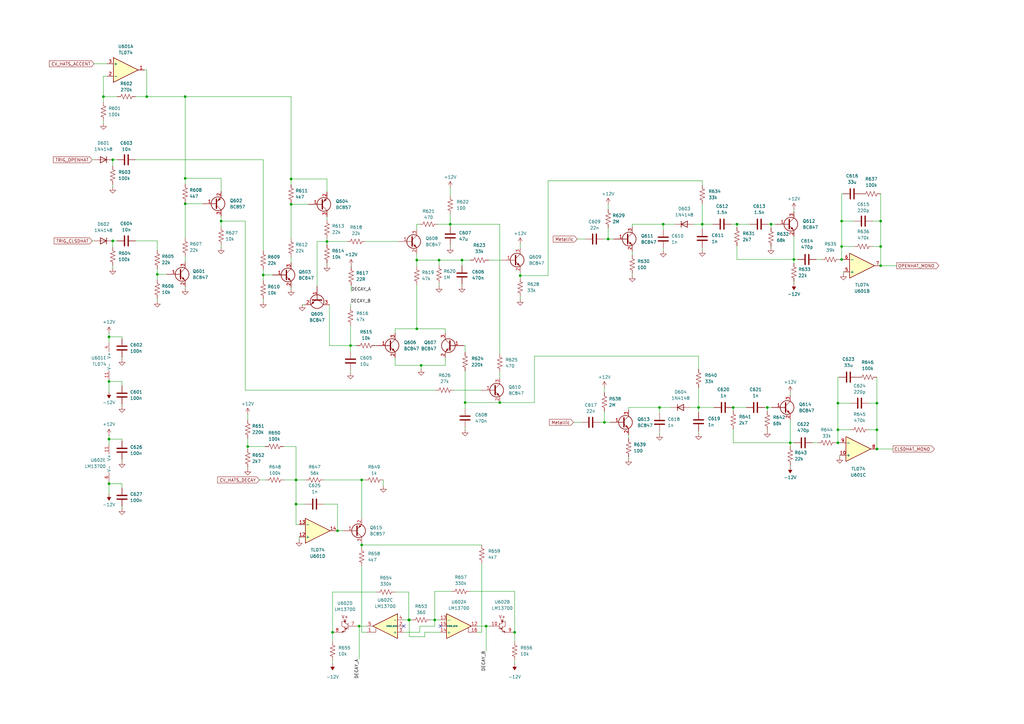
<source format=kicad_sch>
(kicad_sch (version 20231120) (generator "eeschema") (generator_version "8.0")
  (paper "A3")
  (junction (at 147.32 256.794))
  (junction (at 184.658 91.948))
  (junction (at 75.946 73.152))
  (junction (at 170.942 134.874))
  (junction (at 101.6 183.134))
  (junction (at 44.704 198.374))
  (junction (at 361.188 90.678))
  (junction (at 204.978 165.1))
  (junction (at 359.664 165.354))
  (junction (at 249.428 98.044))
  (junction (at 119.38 83.82))
  (junction (at 199.39 256.794))
  (junction (at 119.38 73.406))
  (junction (at 288.036 91.948))
  (junction (at 247.904 173.228))
  (junction (at 90.678 90.678))
  (junction (at 172.72 149.86))
  (junction (at 361.188 101.092))
  (junction (at 316.23 91.948))
  (junction (at 42.418 39.624))
  (junction (at 286.512 167.132))
  (junction (at 345.186 106.426))
  (junction (at 190.754 165.1))
  (junction (at 361.188 108.966))
  (junction (at 148.336 223.52))
  (junction (at 314.706 167.132))
  (junction (at 170.942 106.68))
  (junction (at 325.628 106.426))
  (junction (at 167.894 254.254))
  (junction (at 343.662 165.354))
  (junction (at 44.704 180.086))
  (junction (at 189.484 106.68))
  (junction (at 359.664 176.276))
  (junction (at 343.662 181.61))
  (junction (at 213.36 113.03))
  (junction (at 107.95 112.776))
  (junction (at 148.336 196.85))
  (junction (at 302.26 91.948))
  (junction (at 75.946 39.624))
  (junction (at 121.412 206.756))
  (junction (at 134.112 99.06))
  (junction (at 167.64 254.254))
  (junction (at 359.664 184.15))
  (junction (at 345.186 101.092))
  (junction (at 324.104 181.61))
  (junction (at 178.308 254.254))
  (junction (at 64.516 112.522))
  (junction (at 138.43 217.678))
  (junction (at 343.662 176.276))
  (junction (at 180.086 106.68))
  (junction (at 60.198 39.624))
  (junction (at 136.398 259.334))
  (junction (at 121.412 196.85))
  (junction (at 44.704 138.176))
  (junction (at 75.946 83.566))
  (junction (at 44.704 156.464))
  (junction (at 46.228 65.532))
  (junction (at 300.736 167.132))
  (junction (at 46.228 98.806))
  (junction (at 345.186 90.678))
  (junction (at 272.034 91.948))
  (junction (at 211.074 259.334))
  (junction (at 270.51 167.132))
  (junction (at 143.764 141.732))
  (no_connect (at 165.608 256.794))
  (no_connect (at 180.594 256.794))
  (wire (pts (xy 325.628 106.426) (xy 325.628 107.95)))
  (wire (pts (xy 101.6 183.134) (xy 101.6 184.15)))
  (wire (pts (xy 50.038 180.848) (xy 50.038 180.086)))
  (wire (pts (xy 288.036 91.948) (xy 288.036 93.98)))
  (wire (pts (xy 170.942 116.84) (xy 170.942 134.874)))
  (wire (pts (xy 288.036 75.946) (xy 288.036 74.168)))
  (wire (pts (xy 184.658 87.884) (xy 184.658 91.948)))
  (wire (pts (xy 50.038 200.152) (xy 50.038 198.374)))
  (wire (pts (xy 119.38 83.82) (xy 119.38 83.312)))
  (wire (pts (xy 50.038 158.242) (xy 50.038 156.464)))
  (wire (pts (xy 134.112 107.95) (xy 134.112 108.712)))
  (wire (pts (xy 135.128 141.732) (xy 143.764 141.732)))
  (wire (pts (xy 325.628 115.57) (xy 325.628 116.332)))
  (wire (pts (xy 50.038 198.374) (xy 44.704 198.374)))
  (wire (pts (xy 344.424 186.69) (xy 344.424 187.452)))
  (wire (pts (xy 184.658 76.962) (xy 184.658 80.264)))
  (wire (pts (xy 204.978 145.034) (xy 204.978 91.948)))
  (wire (pts (xy 270.51 167.132) (xy 257.81 167.132)))
  (wire (pts (xy 249.428 83.82) (xy 249.428 85.852)))
  (wire (pts (xy 90.678 90.678) (xy 90.678 92.964)))
  (wire (pts (xy 300.736 181.61) (xy 324.104 181.61)))
  (wire (pts (xy 143.764 124.46) (xy 143.764 125.984)))
  (wire (pts (xy 185.166 242.57) (xy 178.308 242.57)))
  (wire (pts (xy 276.86 91.948) (xy 272.034 91.948)))
  (wire (pts (xy 172.212 256.794) (xy 178.308 256.794)))
  (wire (pts (xy 200.406 106.68) (xy 205.74 106.68)))
  (wire (pts (xy 44.704 198.374) (xy 44.704 202.692)))
  (wire (pts (xy 224.79 74.168) (xy 224.79 113.03)))
  (wire (pts (xy 75.946 83.566) (xy 75.946 83.058)))
  (wire (pts (xy 344.424 106.426) (xy 345.186 106.426)))
  (wire (pts (xy 146.558 256.794) (xy 147.32 256.794)))
  (wire (pts (xy 64.516 112.522) (xy 64.516 114.808)))
  (wire (pts (xy 345.694 79.502) (xy 345.186 79.502)))
  (wire (pts (xy 176.53 254.254) (xy 178.308 254.254)))
  (wire (pts (xy 135.128 141.732) (xy 135.128 124.968)))
  (wire (pts (xy 348.742 176.276) (xy 343.662 176.276)))
  (wire (pts (xy 46.228 98.806) (xy 46.228 101.346)))
  (wire (pts (xy 316.23 91.948) (xy 318.008 91.948)))
  (wire (pts (xy 148.336 223.52) (xy 197.612 223.52)))
  (wire (pts (xy 136.398 259.334) (xy 136.398 263.144)))
  (wire (pts (xy 247.904 173.228) (xy 250.19 173.228)))
  (wire (pts (xy 136.398 242.824) (xy 136.398 259.334)))
  (wire (pts (xy 55.626 65.532) (xy 107.95 65.532)))
  (wire (pts (xy 121.412 206.756) (xy 125.222 206.756)))
  (wire (pts (xy 343.662 154.686) (xy 343.662 165.354)))
  (wire (pts (xy 345.186 90.678) (xy 345.186 101.092)))
  (wire (pts (xy 148.336 223.52) (xy 148.336 224.536)))
  (wire (pts (xy 179.578 91.948) (xy 184.658 91.948)))
  (wire (pts (xy 325.628 97.028) (xy 325.628 106.426)))
  (wire (pts (xy 148.336 232.156) (xy 148.336 259.334)))
  (wire (pts (xy 90.678 78.486) (xy 90.678 73.152)))
  (wire (pts (xy 143.764 141.732) (xy 146.304 141.732)))
  (wire (pts (xy 190.754 141.732) (xy 190.754 144.526)))
  (wire (pts (xy 101.6 191.77) (xy 101.6 192.278)))
  (wire (pts (xy 126.492 83.82) (xy 119.38 83.82)))
  (wire (pts (xy 343.662 176.276) (xy 343.662 181.61)))
  (wire (pts (xy 59.182 28.702) (xy 60.198 28.702)))
  (wire (pts (xy 122.682 215.138) (xy 121.412 215.138)))
  (wire (pts (xy 300.736 167.132) (xy 300.736 168.402)))
  (wire (pts (xy 137.922 217.678) (xy 138.43 217.678)))
  (wire (pts (xy 162.052 134.874) (xy 170.942 134.874)))
  (wire (pts (xy 75.946 117.602) (xy 75.946 118.364)))
  (wire (pts (xy 272.034 101.854) (xy 272.034 102.87)))
  (wire (pts (xy 37.846 65.532) (xy 38.608 65.532)))
  (wire (pts (xy 236.728 98.044) (xy 240.03 98.044)))
  (wire (pts (xy 46.228 65.532) (xy 46.228 68.072)))
  (wire (pts (xy 50.038 188.468) (xy 50.038 189.23)))
  (wire (pts (xy 361.188 79.502) (xy 361.188 90.678)))
  (wire (pts (xy 204.978 91.948) (xy 184.658 91.948)))
  (wire (pts (xy 143.764 141.732) (xy 143.764 144.272)))
  (wire (pts (xy 272.034 91.948) (xy 259.334 91.948)))
  (wire (pts (xy 46.228 75.692) (xy 46.228 76.708)))
  (wire (pts (xy 359.664 184.15) (xy 366.268 184.15)))
  (wire (pts (xy 42.418 39.624) (xy 48.006 39.624)))
  (wire (pts (xy 119.38 105.41) (xy 119.38 107.696)))
  (wire (pts (xy 100.584 90.678) (xy 90.678 90.678)))
  (wire (pts (xy 324.104 181.61) (xy 324.104 183.134)))
  (wire (pts (xy 172.212 259.334) (xy 172.212 256.794)))
  (wire (pts (xy 42.418 49.53) (xy 42.418 50.546)))
  (wire (pts (xy 101.6 179.832) (xy 101.6 183.134)))
  (wire (pts (xy 119.38 117.856) (xy 119.38 118.618)))
  (wire (pts (xy 314.706 167.132) (xy 314.706 168.656)))
  (wire (pts (xy 247.904 168.656) (xy 247.904 173.228)))
  (wire (pts (xy 64.516 112.522) (xy 68.326 112.522)))
  (wire (pts (xy 44.704 138.176) (xy 44.704 140.462)))
  (wire (pts (xy 144.018 108.966) (xy 144.018 109.474)))
  (wire (pts (xy 138.43 206.756) (xy 138.43 217.678)))
  (wire (pts (xy 213.36 100.076) (xy 213.36 101.6)))
  (wire (pts (xy 356.362 176.276) (xy 359.664 176.276)))
  (wire (pts (xy 189.484 106.68) (xy 192.786 106.68)))
  (wire (pts (xy 50.038 146.558) (xy 50.038 147.32)))
  (wire (pts (xy 172.72 149.86) (xy 172.72 151.384)))
  (wire (pts (xy 90.678 88.646) (xy 90.678 90.678)))
  (wire (pts (xy 288.036 83.566) (xy 288.036 91.948)))
  (wire (pts (xy 345.186 79.502) (xy 345.186 90.678)))
  (wire (pts (xy 357.886 90.678) (xy 361.188 90.678)))
  (wire (pts (xy 44.704 180.086) (xy 44.704 182.372)))
  (wire (pts (xy 182.626 134.874) (xy 182.626 136.652)))
  (wire (pts (xy 350.266 90.678) (xy 345.186 90.678)))
  (wire (pts (xy 315.214 91.948) (xy 316.23 91.948)))
  (wire (pts (xy 148.336 222.758) (xy 148.336 223.52)))
  (wire (pts (xy 286.512 176.784) (xy 286.512 177.8)))
  (wire (pts (xy 197.612 259.334) (xy 197.612 231.14)))
  (wire (pts (xy 247.65 98.044) (xy 249.428 98.044)))
  (wire (pts (xy 288.036 91.948) (xy 292.354 91.948)))
  (wire (pts (xy 107.95 112.776) (xy 111.76 112.776)))
  (wire (pts (xy 213.36 121.666) (xy 213.36 122.682)))
  (wire (pts (xy 178.308 254.254) (xy 180.594 254.254)))
  (wire (pts (xy 180.086 108.712) (xy 180.086 106.68)))
  (wire (pts (xy 162.052 242.824) (xy 167.64 242.824)))
  (wire (pts (xy 190.754 165.1) (xy 190.754 167.64)))
  (wire (pts (xy 75.946 73.152) (xy 75.946 75.438)))
  (wire (pts (xy 147.32 256.794) (xy 147.32 270.256)))
  (wire (pts (xy 361.188 101.092) (xy 361.188 108.966)))
  (wire (pts (xy 359.664 165.354) (xy 359.664 176.276)))
  (wire (pts (xy 361.188 90.678) (xy 361.188 101.092)))
  (wire (pts (xy 165.608 254.254) (xy 167.64 254.254)))
  (wire (pts (xy 219.202 146.05) (xy 219.202 165.1)))
  (wire (pts (xy 107.95 110.49) (xy 107.95 112.776)))
  (wire (pts (xy 100.584 160.02) (xy 100.584 90.678)))
  (wire (pts (xy 101.6 169.926) (xy 101.6 172.212)))
  (wire (pts (xy 211.074 270.764) (xy 211.074 272.288)))
  (wire (pts (xy 134.112 97.79) (xy 134.112 99.06)))
  (wire (pts (xy 324.104 172.212) (xy 324.104 181.61)))
  (wire (pts (xy 130.048 117.348) (xy 130.048 99.06)))
  (wire (pts (xy 190.246 141.732) (xy 190.754 141.732)))
  (wire (pts (xy 184.658 100.584) (xy 184.658 101.346)))
  (wire (pts (xy 162.052 136.652) (xy 162.052 134.874)))
  (wire (pts (xy 180.086 106.68) (xy 170.942 106.68)))
  (wire (pts (xy 171.958 91.948) (xy 170.942 91.948)))
  (wire (pts (xy 44.704 156.464) (xy 44.704 160.782)))
  (wire (pts (xy 148.336 196.85) (xy 149.606 196.85)))
  (wire (pts (xy 38.608 26.162) (xy 43.942 26.162)))
  (wire (pts (xy 190.754 165.1) (xy 204.978 165.1)))
  (wire (pts (xy 44.704 136.652) (xy 44.704 138.176)))
  (wire (pts (xy 44.704 178.562) (xy 44.704 180.086)))
  (wire (pts (xy 170.942 91.948) (xy 170.942 93.98)))
  (wire (pts (xy 316.23 91.948) (xy 316.23 93.472)))
  (wire (pts (xy 314.706 167.132) (xy 316.484 167.132)))
  (wire (pts (xy 219.202 165.1) (xy 204.978 165.1)))
  (wire (pts (xy 64.516 98.806) (xy 64.516 102.616)))
  (wire (pts (xy 162.052 149.86) (xy 172.72 149.86)))
  (wire (pts (xy 350.266 101.092) (xy 345.186 101.092)))
  (wire (pts (xy 83.058 83.566) (xy 75.946 83.566)))
  (wire (pts (xy 75.946 105.156) (xy 75.946 107.442)))
  (wire (pts (xy 106.426 196.85) (xy 108.966 196.85)))
  (wire (pts (xy 44.704 197.612) (xy 44.704 198.374)))
  (wire (pts (xy 121.412 196.85) (xy 125.222 196.85)))
  (wire (pts (xy 134.112 73.406) (xy 119.38 73.406)))
  (wire (pts (xy 130.048 99.06) (xy 134.112 99.06)))
  (wire (pts (xy 170.942 104.14) (xy 170.942 106.68)))
  (wire (pts (xy 270.51 167.132) (xy 270.51 169.418)))
  (wire (pts (xy 288.036 74.168) (xy 224.79 74.168)))
  (wire (pts (xy 314.706 176.276) (xy 314.706 176.784)))
  (wire (pts (xy 50.038 138.176) (xy 44.704 138.176)))
  (wire (pts (xy 213.36 111.76) (xy 213.36 113.03)))
  (wire (pts (xy 186.182 160.02) (xy 197.358 160.02)))
  (wire (pts (xy 64.516 122.428) (xy 64.516 123.444)))
  (wire (pts (xy 167.64 242.824) (xy 167.64 254.254)))
  (wire (pts (xy 300.482 167.132) (xy 300.736 167.132)))
  (wire (pts (xy 178.308 242.57) (xy 178.308 254.254)))
  (wire (pts (xy 123.952 124.968) (xy 124.968 124.968)))
  (wire (pts (xy 302.26 91.948) (xy 307.594 91.948)))
  (wire (pts (xy 119.38 73.406) (xy 119.38 75.692)))
  (wire (pts (xy 107.95 112.776) (xy 107.95 115.062)))
  (wire (pts (xy 50.038 165.862) (xy 50.038 166.624)))
  (wire (pts (xy 259.334 103.124) (xy 259.334 104.648)))
  (wire (pts (xy 121.412 206.756) (xy 121.412 196.85)))
  (wire (pts (xy 325.628 106.426) (xy 327.152 106.426)))
  (wire (pts (xy 302.26 91.948) (xy 302.26 93.218)))
  (wire (pts (xy 189.484 116.586) (xy 189.484 117.348)))
  (wire (pts (xy 299.974 91.948) (xy 302.26 91.948)))
  (wire (pts (xy 257.81 167.132) (xy 257.81 168.148)))
  (wire (pts (xy 75.946 39.624) (xy 75.946 73.152)))
  (wire (pts (xy 180.086 106.68) (xy 189.484 106.68)))
  (wire (pts (xy 180.086 116.332) (xy 180.086 117.348)))
  (wire (pts (xy 42.418 39.624) (xy 42.418 41.91)))
  (wire (pts (xy 204.978 152.654) (xy 204.978 154.94)))
  (wire (pts (xy 348.742 165.354) (xy 343.662 165.354)))
  (wire (pts (xy 211.074 242.57) (xy 211.074 259.334)))
  (wire (pts (xy 119.38 39.624) (xy 75.946 39.624)))
  (wire (pts (xy 334.772 106.426) (xy 336.804 106.426)))
  (wire (pts (xy 143.764 151.892) (xy 143.764 152.908)))
  (wire (pts (xy 213.36 113.03) (xy 213.36 114.046)))
  (wire (pts (xy 351.79 154.686) (xy 352.044 154.686)))
  (wire (pts (xy 143.764 133.604) (xy 143.764 141.732)))
  (wire (pts (xy 178.562 160.02) (xy 100.584 160.02)))
  (wire (pts (xy 170.942 134.874) (xy 182.626 134.874)))
  (wire (pts (xy 257.81 187.452) (xy 257.81 188.214)))
  (wire (pts (xy 361.188 108.966) (xy 367.792 108.966)))
  (wire (pts (xy 144.018 117.094) (xy 144.018 119.634)))
  (wire (pts (xy 134.112 78.74) (xy 134.112 73.406)))
  (wire (pts (xy 313.69 167.132) (xy 314.706 167.132)))
  (wire (pts (xy 107.95 65.532) (xy 107.95 102.87)))
  (wire (pts (xy 172.72 149.86) (xy 182.626 149.86)))
  (wire (pts (xy 50.038 180.086) (xy 44.704 180.086)))
  (wire (pts (xy 44.704 155.702) (xy 44.704 156.464)))
  (wire (pts (xy 333.248 181.61) (xy 335.28 181.61)))
  (wire (pts (xy 116.332 183.134) (xy 121.412 183.134)))
  (wire (pts (xy 302.26 106.426) (xy 325.628 106.426)))
  (wire (pts (xy 182.626 149.86) (xy 182.626 146.812)))
  (wire (pts (xy 64.516 110.236) (xy 64.516 112.522)))
  (wire (pts (xy 342.9 181.61) (xy 343.662 181.61)))
  (wire (pts (xy 353.314 79.502) (xy 353.568 79.502)))
  (wire (pts (xy 148.336 259.334) (xy 150.368 259.334)))
  (wire (pts (xy 286.512 146.05) (xy 219.202 146.05)))
  (wire (pts (xy 246.126 173.228) (xy 247.904 173.228)))
  (wire (pts (xy 165.608 259.334) (xy 172.212 259.334)))
  (wire (pts (xy 180.594 259.334) (xy 174.244 259.334)))
  (wire (pts (xy 345.186 106.426) (xy 345.948 106.426)))
  (wire (pts (xy 43.942 31.242) (xy 42.418 31.242)))
  (wire (pts (xy 275.336 167.132) (xy 270.51 167.132)))
  (wire (pts (xy 249.428 98.044) (xy 251.714 98.044)))
  (wire (pts (xy 190.754 152.146) (xy 190.754 165.1)))
  (wire (pts (xy 75.946 83.566) (xy 75.946 97.536)))
  (wire (pts (xy 259.334 91.948) (xy 259.334 92.964)))
  (wire (pts (xy 134.112 99.06) (xy 142.24 99.06)))
  (wire (pts (xy 324.104 181.61) (xy 325.628 181.61)))
  (wire (pts (xy 134.112 88.9) (xy 134.112 90.17)))
  (wire (pts (xy 184.658 91.948) (xy 184.658 92.964)))
  (wire (pts (xy 300.736 176.022) (xy 300.736 181.61)))
  (wire (pts (xy 121.412 215.138) (xy 121.412 206.756)))
  (wire (pts (xy 170.942 106.68) (xy 170.942 109.22)))
  (wire (pts (xy 284.48 91.948) (xy 288.036 91.948)))
  (wire (pts (xy 132.842 196.85) (xy 148.336 196.85)))
  (wire (pts (xy 178.308 256.794) (xy 178.308 254.254)))
  (wire (pts (xy 50.038 138.938) (xy 50.038 138.176)))
  (wire (pts (xy 235.204 173.228) (xy 238.506 173.228)))
  (wire (pts (xy 167.894 261.112) (xy 167.894 254.254)))
  (wire (pts (xy 259.334 112.268) (xy 259.334 113.03)))
  (wire (pts (xy 60.198 39.624) (xy 55.626 39.624)))
  (wire (pts (xy 272.034 91.948) (xy 272.034 94.234)))
  (wire (pts (xy 300.736 167.132) (xy 306.07 167.132)))
  (wire (pts (xy 55.626 98.806) (xy 64.516 98.806)))
  (wire (pts (xy 136.398 270.764) (xy 136.398 272.288)))
  (wire (pts (xy 162.052 146.812) (xy 162.052 149.86)))
  (wire (pts (xy 46.228 98.806) (xy 48.006 98.806)))
  (wire (pts (xy 211.074 259.334) (xy 211.074 263.144)))
  (wire (pts (xy 345.948 111.506) (xy 345.948 112.268)))
  (wire (pts (xy 343.662 181.61) (xy 344.424 181.61)))
  (wire (pts (xy 153.924 141.732) (xy 154.432 141.732)))
  (wire (pts (xy 199.39 256.794) (xy 200.914 256.794)))
  (wire (pts (xy 119.38 83.82) (xy 119.38 97.79)))
  (wire (pts (xy 147.32 256.794) (xy 150.368 256.794)))
  (wire (pts (xy 286.512 159.004) (xy 286.512 167.132)))
  (wire (pts (xy 90.678 100.584) (xy 90.678 101.6)))
  (wire (pts (xy 60.198 39.624) (xy 75.946 39.624)))
  (wire (pts (xy 174.244 259.334) (xy 174.244 261.112)))
  (wire (pts (xy 357.886 101.092) (xy 361.188 101.092)))
  (wire (pts (xy 247.904 159.004) (xy 247.904 161.036)))
  (wire (pts (xy 42.418 31.242) (xy 42.418 39.624)))
  (wire (pts (xy 46.228 65.532) (xy 48.006 65.532)))
  (wire (pts (xy 270.51 177.038) (xy 270.51 178.054)))
  (wire (pts (xy 324.104 161.036) (xy 324.104 162.052)))
  (wire (pts (xy 345.186 101.092) (xy 345.186 106.426)))
  (wire (pts (xy 119.38 73.406) (xy 119.38 39.624)))
  (wire (pts (xy 154.432 242.824) (xy 136.398 242.824)))
  (wire (pts (xy 121.412 183.134) (xy 121.412 196.85)))
  (wire (pts (xy 37.846 98.806) (xy 38.608 98.806)))
  (wire (pts (xy 149.86 99.06) (xy 163.322 99.06)))
  (wire (pts (xy 138.43 217.678) (xy 140.716 217.678)))
  (wire (pts (xy 195.834 256.794) (xy 199.39 256.794)))
  (wire (pts (xy 148.336 196.85) (xy 148.336 212.598)))
  (wire (pts (xy 344.17 154.686) (xy 343.662 154.686)))
  (wire (pts (xy 174.244 261.112) (xy 167.894 261.112)))
  (wire (pts (xy 316.23 101.092) (xy 316.23 101.6)))
  (wire (pts (xy 167.894 254.254) (xy 168.91 254.254)))
  (wire (pts (xy 195.834 259.334) (xy 197.612 259.334)))
  (wire (pts (xy 157.226 196.85) (xy 157.226 199.39)))
  (wire (pts (xy 46.228 108.966) (xy 46.228 109.982)))
  (wire (pts (xy 324.104 190.754) (xy 324.104 191.516)))
  (wire (pts (xy 286.512 151.384) (xy 286.512 146.05)))
  (wire (pts (xy 50.038 156.464) (xy 44.704 156.464)))
  (wire (pts (xy 90.678 73.152) (xy 75.946 73.152)))
  (wire (pts (xy 199.39 256.794) (xy 199.39 266.954)))
  (wire (pts (xy 224.79 113.03) (xy 213.36 113.03)))
  (wire (pts (xy 325.628 85.852) (xy 325.628 86.868)))
  (wire (pts (xy 134.112 99.06) (xy 134.112 100.33)))
  (wire (pts (xy 282.956 167.132) (xy 286.512 167.132)))
  (wire (pts (xy 60.198 28.702) (xy 60.198 39.624)))
  (wire (pts (xy 122.682 220.218) (xy 122.682 221.488)))
  (wire (pts (xy 257.81 178.308) (xy 257.81 179.832)))
  (wire (pts (xy 101.6 183.134) (xy 108.712 183.134)))
  (wire (pts (xy 288.036 101.6) (xy 288.036 102.616)))
  (wire (pts (xy 343.662 165.354) (xy 343.662 176.276)))
  (wire (pts (xy 132.842 206.756) (xy 138.43 206.756)))
  (wire (pts (xy 302.26 100.838) (xy 302.26 106.426)))
  (wire (pts (xy 359.664 176.276) (xy 359.664 184.15)))
  (wire (pts (xy 356.362 165.354) (xy 359.664 165.354)))
  (wire (pts (xy 107.95 122.682) (xy 107.95 123.698)))
  (wire (pts (xy 189.484 108.966) (xy 189.484 106.68)))
  (wire (pts (xy 50.038 207.772) (xy 50.038 208.534)))
  (wire (pts (xy 359.664 154.686) (xy 359.664 165.354)))
  (wire (pts (xy 190.754 175.26) (xy 190.754 176.276)))
  (wire (pts (xy 286.512 167.132) (xy 286.512 169.164)))
  (wire (pts (xy 249.428 93.472) (xy 249.428 98.044)))
  (wire (pts (xy 192.786 242.57) (xy 211.074 242.57)))
  (wire (pts (xy 167.64 254.254) (xy 167.894 254.254)))
  (wire (pts (xy 286.512 167.132) (xy 292.862 167.132)))
  (wire (pts (xy 116.586 196.85) (xy 121.412 196.85)))
  (label "DECAY_B" (at 199.39 266.954 270))
  (label "DECAY_B" (at 143.764 124.46 0))
  (label "DECAY_A" (at 147.32 270.256 270))
  (label "DECAY_A" (at 144.018 119.634 0))
  (global_label "TRIG_CLSDHAT" (shape input) (at 37.846 98.806 180) (property "Intersheetrefs" "${INTERSHEET_REFS}" (effects (hide yes))))
  (global_label "Metallic" (shape input) (at 236.728 98.044 180) (property "Intersheetrefs" "${INTERSHEET_REFS}" (effects (hide yes))))
  (global_label "Metallic" (shape input) (at 235.204 173.228 180) (property "Intersheetrefs" "${INTERSHEET_REFS}" (effects (hide yes))))
  (global_label "TRIG_OPENHAT" (shape input) (at 37.846 65.532 180) (property "Intersheetrefs" "${INTERSHEET_REFS}" (effects (hide yes))))
  (global_label "CLSDHAT_MONO" (shape output) (at 366.268 184.15 0) (property "Intersheetrefs" "${INTERSHEET_REFS}" (effects (hide yes))))
  (global_label "CV_HATS_ACCENT" (shape input) (at 38.608 26.162 180) (property "Intersheetrefs" "${INTERSHEET_REFS}" (effects (hide yes))))
  (global_label "OPENHAT_MONO" (shape output) (at 367.792 108.966 0) (property "Intersheetrefs" "${INTERSHEET_REFS}" (effects (hide yes))))
  (global_label "CV_HATS_DECAY" (shape input) (at 106.426 196.85 180) (property "Intersheetrefs" "${INTERSHEET_REFS}" (effects (hide yes))))
  (symbol (lib_id "Device:R_US") (at 101.6 187.96 180) (unit 1)
    (property "Reference" "R652" (at 103.378 186.6899 0) (effects (justify right)))
    (property "Value" "2k7" (at 103.378 189.2299 0) (effects (justify right)))
    (property "Description" "Resistor, US symbol" (effects (hide yes)))
  )
  (symbol (lib_id "Transistor_BJT:BC847") (at 323.088 91.948 0) (unit 1)
    (property "Reference" "Q612" (at 329.184 90.6779 0) (effects (justify left)))
    (property "Value" "BC847" (at 329.184 93.2179 0) (effects (justify left)))
    (property "Footprint" "Package_TO_SOT_SMD:SOT-23" (effects (hide yes)))
    (property "Datasheet" "http://www.infineon.com/dgdl/Infineon-BC847SERIES_BC848SERIES_BC849SERIES_BC850SERIES-DS-v01_01-en.pdf?fileId=db3a304314dca389011541d4630a1657" (effects (hide yes)))
    (property "Description" "0.1A Ic, 45V Vce, NPN Transistor, SOT-23" (effects (hide yes)))
  )
  (symbol (lib_id "Device:R_US") (at 302.26 97.028 0) (unit 1)
    (property "Reference" "R631" (at 304.546 95.7579 0) (effects (justify left)))
    (property "Value" "2k7" (at 304.546 98.2979 0) (effects (justify left)))
    (property "Description" "Resistor, US symbol" (effects (hide yes)))
  )
  (symbol (lib_id "Device:R_US") (at 144.018 113.284 0) (unit 1)
    (property "Reference" "R617" (at 146.05 112.0139 0) (effects (justify left)))
    (property "Value" "22R" (at 146.05 114.5539 0) (effects (justify left)))
    (property "Description" "Resistor, US symbol" (effects (hide yes)))
  )
  (symbol (lib_id "Amplifier_Operational:TL074") (at 352.044 184.15 0) (mirror x) (unit 3)
    (property "Reference" "U601" (at 352.044 194.818 0))
    (property "Value" "TL074" (at 352.044 192.278 0))
    (property "Datasheet" "http://www.ti.com/lit/ds/symlink/tl071.pdf" (effects (hide yes)))
    (property "Description" "Quad Low-Noise JFET-Input Operational Amplifiers, DIP-14/SOIC-14" (effects (hide yes)))
  )
  (symbol (lib_id "Transistor_BJT:BC847") (at 130.048 122.428 270) (unit 1)
    (property "Reference" "Q605" (at 130.048 128.778 90))
    (property "Value" "BC847" (at 130.048 131.318 90))
    (property "Footprint" "Package_TO_SOT_SMD:SOT-23" (effects (hide yes)))
    (property "Datasheet" "http://www.infineon.com/dgdl/Infineon-BC847SERIES_BC848SERIES_BC849SERIES_BC850SERIES-DS-v01_01-en.pdf?fileId=db3a304314dca389011541d4630a1657" (effects (hide yes)))
    (property "Description" "0.1A Ic, 45V Vce, NPN Transistor, SOT-23" (effects (hide yes)))
  )
  (symbol (lib_id "Device:R_US") (at 112.776 196.85 90) (unit 1)
    (property "Reference" "R648" (at 112.776 191.516 90))
    (property "Value" "100k" (at 112.776 194.056 90))
    (property "Description" "Resistor, US symbol" (effects (hide yes)))
  )
  (symbol (lib_id "Amplifier_Operational:TL074") (at 353.568 108.966 0) (mirror x) (unit 2)
    (property "Reference" "U601" (at 353.568 119.38 0))
    (property "Value" "TL074" (at 353.568 116.84 0))
    (property "Datasheet" "http://www.ti.com/lit/ds/symlink/tl071.pdf" (effects (hide yes)))
    (property "Description" "Quad Low-Noise JFET-Input Operational Amplifiers, DIP-14/SOIC-14" (effects (hide yes)))
  )
  (symbol (lib_id "power:GND") (at 143.764 152.908 0) (unit 1)
    (property "Reference" "#PWR0616" (effects (hide yes)))
    (property "Value" "GND" (effects (hide yes)))
    (property "Description" "Power symbol creates a global label with name \"GND\" , ground" (effects (hide yes)))
  )
  (symbol (lib_id "power:GND") (at 107.95 123.698 0) (unit 1)
    (property "Reference" "#PWR0610" (effects (hide yes)))
    (property "Value" "GND" (effects (hide yes)))
    (property "Description" "Power symbol creates a global label with name \"GND\" , ground" (effects (hide yes)))
  )
  (symbol (lib_id "Device:R_US") (at 170.942 113.03 0) (unit 1)
    (property "Reference" "R619" (at 172.974 111.7599 0) (effects (justify left)))
    (property "Value" "47k" (at 172.974 114.2999 0) (effects (justify left)))
    (property "Description" "Resistor, US symbol" (effects (hide yes)))
  )
  (symbol (lib_id "Device:R_US") (at 46.228 105.156 0) (unit 1)
    (property "Reference" "R604" (at 48.514 103.8859 0) (effects (justify left)))
    (property "Value" "100k" (at 48.514 106.4259 0) (effects (justify left)))
    (property "Description" "Resistor, US symbol" (effects (hide yes)))
  )
  (symbol (lib_id "power:+12V") (at 213.36 100.076 0) (unit 1)
    (property "Reference" "#PWR0621" (effects (hide yes)))
    (property "Value" "+12V" (at 213.36 95.758 0))
    (property "Description" "Power symbol creates a global label with name \"+12V\"" (effects (hide yes)))
  )
  (symbol (lib_id "Device:R_US") (at 158.242 242.824 90) (unit 1)
    (property "Reference" "R654" (at 158.242 236.982 90))
    (property "Value" "330k" (at 158.242 239.522 90))
    (property "Description" "Resistor, US symbol" (effects (hide yes)))
  )
  (symbol (lib_id "power:+12V") (at 249.428 83.82 0) (unit 1)
    (property "Reference" "#PWR0625" (effects (hide yes)))
    (property "Value" "+12V" (at 249.428 79.502 0))
    (property "Description" "Power symbol creates a global label with name \"+12V\"" (effects (hide yes)))
  )
  (symbol (lib_id "Device:R_US") (at 357.378 79.502 90) (unit 1)
    (property "Reference" "R637" (at 357.378 73.406 90))
    (property "Value" "100k" (at 357.378 75.946 90))
    (property "Description" "Resistor, US symbol" (effects (hide yes)))
  )
  (symbol (lib_id "Diode:1N4148") (at 42.418 98.806 180) (unit 1)
    (property "Reference" "D602" (at 42.418 91.948 0))
    (property "Value" "1N4148" (at 42.418 94.488 0))
    (property "Footprint" "Diode_THT:D_DO-35_SOD27_P7.62mm_Horizontal" (effects (hide yes)))
    (property "Datasheet" "https://assets.nexperia.com/documents/data-sheet/1N4148_1N4448.pdf" (effects (hide yes)))
    (property "Description" "100V 0.15A standard switching diode, DO-35" (effects (hide yes)))
    (property "Sim.Device" "D" (effects (hide yes)))
    (property "Sim.Pins" "1=K 2=A" (effects (hide yes)))
  )
  (symbol (lib_id "Device:C") (at 50.038 142.748 0) (unit 1)
    (property "Reference" "C602" (at 53.34 141.4779 0) (effects (justify left)))
    (property "Value" "100n" (at 53.34 144.0179 0) (effects (justify left)))
    (property "Description" "Unpolarized capacitor" (effects (hide yes)))
  )
  (symbol (lib_id "Device:C") (at 286.512 172.974 0) (unit 1)
    (property "Reference" "C619" (at 290.322 171.7039 0) (effects (justify left)))
    (property "Value" "1n" (at 290.322 174.2439 0) (effects (justify left)))
    (property "Description" "Unpolarized capacitor" (effects (hide yes)))
  )
  (symbol (lib_id "power:GND") (at 123.952 124.968 0) (unit 1)
    (property "Reference" "#PWR0613" (effects (hide yes)))
    (property "Value" "GND" (effects (hide yes)))
    (property "Description" "Power symbol creates a global label with name \"GND\" , ground" (effects (hide yes)))
  )
  (symbol (lib_id "power:GND") (at 180.086 117.348 0) (unit 1)
    (property "Reference" "#PWR0617" (effects (hide yes)))
    (property "Value" "GND" (effects (hide yes)))
    (property "Description" "Power symbol creates a global label with name \"GND\" , ground" (effects (hide yes)))
  )
  (symbol (lib_id "Device:C") (at 311.404 91.948 90) (unit 1)
    (property "Reference" "C613" (at 311.404 84.582 90))
    (property "Value" "1.5n" (at 311.404 87.122 90))
    (property "Description" "Unpolarized capacitor" (effects (hide yes)))
  )
  (symbol (lib_id "power:+12V") (at 44.704 178.562 0) (unit 1)
    (property "Reference" "#PWR0645" (effects (hide yes)))
    (property "Value" "+12V" (at 44.704 173.99 0))
    (property "Description" "Power symbol creates a global label with name \"+12V\"" (effects (hide yes)))
  )
  (symbol (lib_id "Diode:1N4148") (at 42.418 65.532 180) (unit 1)
    (property "Reference" "D601" (at 42.418 58.674 0))
    (property "Value" "1N4148" (at 42.418 61.214 0))
    (property "Footprint" "Diode_THT:D_DO-35_SOD27_P7.62mm_Horizontal" (effects (hide yes)))
    (property "Datasheet" "https://assets.nexperia.com/documents/data-sheet/1N4148_1N4448.pdf" (effects (hide yes)))
    (property "Description" "100V 0.15A standard switching diode, DO-35" (effects (hide yes)))
    (property "Sim.Device" "D" (effects (hide yes)))
    (property "Sim.Pins" "1=K 2=A" (effects (hide yes)))
  )
  (symbol (lib_id "Device:R_US") (at 259.334 108.458 0) (unit 1)
    (property "Reference" "R630" (at 261.366 107.1879 0) (effects (justify left)))
    (property "Value" "100" (at 261.366 109.7279 0) (effects (justify left)))
    (property "Description" "Resistor, US symbol" (effects (hide yes)))
  )
  (symbol (lib_id "power:+12V") (at 184.658 76.962 0) (unit 1)
    (property "Reference" "#PWR0619" (effects (hide yes)))
    (property "Value" "+12V" (at 184.658 72.644 0))
    (property "Description" "Power symbol creates a global label with name \"+12V\"" (effects (hide yes)))
  )
  (symbol (lib_id "Transistor_BJT:BC847") (at 73.406 112.522 0) (unit 1)
    (property "Reference" "Q601" (at 78.994 111.2519 0) (effects (justify left)))
    (property "Value" "BC847" (at 78.994 113.7919 0) (effects (justify left)))
    (property "Footprint" "Package_TO_SOT_SMD:SOT-23" (effects (hide yes)))
    (property "Datasheet" "http://www.infineon.com/dgdl/Infineon-BC847SERIES_BC848SERIES_BC849SERIES_BC850SERIES-DS-v01_01-en.pdf?fileId=db3a304314dca389011541d4630a1657" (effects (hide yes)))
    (property "Description" "0.1A Ic, 45V Vce, NPN Transistor, SOT-23" (effects (hide yes)))
  )
  (symbol (lib_id "power:-12V") (at 324.104 191.516 180) (unit 1)
    (property "Reference" "#PWR0639" (effects (hide yes)))
    (property "Value" "-12V" (at 324.104 195.834 0))
    (property "Description" "Power symbol creates a global label with name \"-12V\"" (effects (hide yes)))
  )
  (symbol (lib_id "Device:R_US") (at 51.816 39.624 90) (unit 1)
    (property "Reference" "R602" (at 51.816 34.29 90))
    (property "Value" "270k" (at 51.816 36.83 90))
    (property "Description" "Resistor, US symbol" (effects (hide yes)))
  )
  (symbol (lib_id "Device:C") (at 51.816 98.806 90) (unit 1)
    (property "Reference" "C604" (at 51.816 91.694 90))
    (property "Value" "10n" (at 51.816 94.234 90))
    (property "Description" "Unpolarized capacitor" (effects (hide yes)))
  )
  (symbol (lib_id "power:-12V") (at 325.628 116.332 180) (unit 1)
    (property "Reference" "#PWR0630" (effects (hide yes)))
    (property "Value" "-12V" (at 325.628 120.65 0))
    (property "Description" "Power symbol creates a global label with name \"-12V\"" (effects (hide yes)))
  )
  (symbol (lib_id "power:GND") (at 344.424 187.452 0) (unit 1)
    (property "Reference" "#PWR0640" (effects (hide yes)))
    (property "Value" "GND" (effects (hide yes)))
    (property "Description" "Power symbol creates a global label with name \"GND\" , ground" (effects (hide yes)))
  )
  (symbol (lib_id "power:GND") (at 257.81 188.214 0) (unit 1)
    (property "Reference" "#PWR0634" (effects (hide yes)))
    (property "Value" "GND" (effects (hide yes)))
    (property "Description" "Power symbol creates a global label with name \"GND\" , ground" (effects (hide yes)))
  )
  (symbol (lib_id "Device:R_US") (at 197.612 227.33 180) (unit 1)
    (property "Reference" "R659" (at 200.152 226.0599 0) (effects (justify right)))
    (property "Value" "4k7" (at 200.152 228.5999 0) (effects (justify right)))
    (property "Description" "Resistor, US symbol" (effects (hide yes)))
  )
  (symbol (lib_id "Device:R_US") (at 180.086 112.522 0) (unit 1)
    (property "Reference" "R620" (at 181.864 111.2519 0) (effects (justify left)))
    (property "Value" "1M" (at 181.864 113.7919 0) (effects (justify left)))
    (property "Description" "Resistor, US symbol" (effects (hide yes)))
  )
  (symbol (lib_id "Device:R_US") (at 150.114 141.732 90) (unit 1)
    (property "Reference" "R615" (at 150.114 136.144 90))
    (property "Value" "10k" (at 150.114 138.684 90))
    (property "Description" "Resistor, US symbol" (effects (hide yes)))
  )
  (symbol (lib_id "Amplifier_Operational:LM13700") (at 188.214 256.794 0) (unit 1)
    (property "Reference" "U602" (at 188.214 246.888 0))
    (property "Value" "LM13700" (at 188.214 249.428 0))
    (property "Datasheet" "http://www.ti.com/lit/ds/symlink/lm13700.pdf" (effects (hide yes)))
    (property "Description" "Dual Operational Transconductance Amplifiers with Linearizing Diodes and Buffers, DIP-16/SOIC-16" (effects (hide yes)))
  )
  (symbol (lib_id "power:GND") (at 75.946 118.364 0) (unit 1)
    (property "Reference" "#PWR0609" (effects (hide yes)))
    (property "Value" "GND" (effects (hide yes)))
    (property "Description" "Power symbol creates a global label with name \"GND\" , ground" (effects (hide yes)))
  )
  (symbol (lib_id "Device:R_US") (at 90.678 96.774 0) (unit 1)
    (property "Reference" "R627" (at 92.456 95.5039 0) (effects (justify left)))
    (property "Value" "10k" (at 92.456 98.0439 0) (effects (justify left)))
    (property "Description" "Resistor, US symbol" (effects (hide yes)))
  )
  (symbol (lib_id "Device:R_US") (at 143.764 129.794 180) (unit 1)
    (property "Reference" "R616" (at 146.05 128.5239 0) (effects (justify right)))
    (property "Value" "47k" (at 146.05 131.0639 0) (effects (justify right)))
    (property "Description" "Resistor, US symbol" (effects (hide yes)))
  )
  (symbol (lib_id "power:GND") (at 270.51 178.054 0) (unit 1)
    (property "Reference" "#PWR0635" (effects (hide yes)))
    (property "Value" "GND" (effects (hide yes)))
    (property "Description" "Power symbol creates a global label with name \"GND\" , ground" (effects (hide yes)))
  )
  (symbol (lib_id "Device:R_US") (at 352.552 176.276 90) (unit 1)
    (property "Reference" "R645" (at 352.552 169.926 90))
    (property "Value" "470k" (at 352.552 172.466 90))
    (property "Description" "Resistor, US symbol" (effects (hide yes)))
  )
  (symbol (lib_id "Device:R_US") (at 286.512 155.194 0) (unit 1)
    (property "Reference" "R640" (at 289.052 153.9239 0) (effects (justify left)))
    (property "Value" "33k" (at 289.052 156.4639 0) (effects (justify left)))
    (property "Description" "Resistor, US symbol" (effects (hide yes)))
  )
  (symbol (lib_id "Device:C") (at 309.88 167.132 90) (unit 1)
    (property "Reference" "C621" (at 309.88 159.766 90))
    (property "Value" "1n" (at 309.88 162.306 90))
    (property "Description" "Unpolarized capacitor" (effects (hide yes)))
  )
  (symbol (lib_id "Device:R_US") (at 211.074 266.954 180) (unit 1)
    (property "Reference" "R656" (at 213.36 265.6839 0) (effects (justify right)))
    (property "Value" "10k" (at 213.36 268.2239 0) (effects (justify right)))
    (property "Description" "Resistor, US symbol" (effects (hide yes)))
  )
  (symbol (lib_id "Device:R_US") (at 188.976 242.57 90) (unit 1)
    (property "Reference" "R657" (at 188.976 236.728 90))
    (property "Value" "330k" (at 188.976 239.268 90))
    (property "Description" "Resistor, US symbol" (effects (hide yes)))
  )
  (symbol (lib_id "power:GND") (at 190.754 176.276 0) (unit 1)
    (property "Reference" "#PWR0622" (effects (hide yes)))
    (property "Value" "GND" (effects (hide yes)))
    (property "Description" "Power symbol creates a global label with name \"GND\" , ground" (effects (hide yes)))
  )
  (symbol (lib_id "Device:R_US") (at 204.978 148.844 0) (unit 1)
    (property "Reference" "R625" (at 207.264 147.5739 0) (effects (justify left)))
    (property "Value" "470" (at 207.264 150.1139 0) (effects (justify left)))
    (property "Description" "Resistor, US symbol" (effects (hide yes)))
  )
  (symbol (lib_id "Device:R_US") (at 119.38 79.502 0) (unit 1)
    (property "Reference" "R611" (at 121.158 78.2319 0) (effects (justify left)))
    (property "Value" "4k7" (at 121.158 80.7719 0) (effects (justify left)))
    (property "Description" "Resistor, US symbol" (effects (hide yes)))
  )
  (symbol (lib_id "Device:R_US") (at 148.336 228.346 180) (unit 1)
    (property "Reference" "R658" (at 150.876 227.0759 0) (effects (justify right)))
    (property "Value" "4k7" (at 150.876 229.6159 0) (effects (justify right)))
    (property "Description" "Resistor, US symbol" (effects (hide yes)))
  )
  (symbol (lib_id "Device:R_US") (at 75.946 79.248 0) (unit 1)
    (property "Reference" "R608" (at 77.724 77.9779 0) (effects (justify left)))
    (property "Value" "4k7" (at 77.724 80.5179 0) (effects (justify left)))
    (property "Description" "Resistor, US symbol" (effects (hide yes)))
  )
  (symbol (lib_id "Device:C") (at 296.164 91.948 90) (unit 1)
    (property "Reference" "C612" (at 296.164 84.582 90))
    (property "Value" "1.5n" (at 296.164 87.122 90))
    (property "Description" "Unpolarized capacitor" (effects (hide yes)))
  )
  (symbol (lib_id "power:GND") (at 50.038 189.23 0) (unit 1)
    (property "Reference" "#PWR0647" (effects (hide yes)))
    (property "Value" "GND" (effects (hide yes)))
    (property "Description" "Power symbol creates a global label with name \"GND\" , ground" (effects (hide yes)))
  )
  (symbol (lib_id "power:GND") (at 101.6 192.278 0) (unit 1)
    (property "Reference" "#PWR0642" (effects (hide yes)))
    (property "Value" "GND" (effects (hide yes)))
    (property "Description" "Power symbol creates a global label with name \"GND\" , ground" (effects (hide yes)))
  )
  (symbol (lib_id "Transistor_BJT:BC847") (at 256.794 98.044 0) (unit 1)
    (property "Reference" "Q611" (at 262.89 96.7739 0) (effects (justify left)))
    (property "Value" "BC847" (at 262.89 99.3139 0) (effects (justify left)))
    (property "Footprint" "Package_TO_SOT_SMD:SOT-23" (effects (hide yes)))
    (property "Datasheet" "http://www.infineon.com/dgdl/Infineon-BC847SERIES_BC848SERIES_BC849SERIES_BC850SERIES-DS-v01_01-en.pdf?fileId=db3a304314dca389011541d4630a1657" (effects (hide yes)))
    (property "Description" "0.1A Ic, 45V Vce, NPN Transistor, SOT-23" (effects (hide yes)))
  )
  (symbol (lib_id "Amplifier_Operational:TL074") (at 51.562 28.702 0) (unit 1)
    (property "Reference" "U601" (at 51.562 19.05 0))
    (property "Value" "TL074" (at 51.562 21.59 0))
    (property "Datasheet" "http://www.ti.com/lit/ds/symlink/tl071.pdf" (effects (hide yes)))
    (property "Description" "Quad Low-Noise JFET-Input Operational Amplifiers, DIP-14/SOIC-14" (effects (hide yes)))
  )
  (symbol (lib_id "power:+12V") (at 325.628 85.852 0) (unit 1)
    (property "Reference" "#PWR0631" (effects (hide yes)))
    (property "Value" "+12V" (at 325.628 81.534 0))
    (property "Description" "Power symbol creates a global label with name \"+12V\"" (effects (hide yes)))
  )
  (symbol (lib_id "Transistor_BJT:BC847") (at 321.564 167.132 0) (unit 1)
    (property "Reference" "Q614" (at 327.66 165.8619 0) (effects (justify left)))
    (property "Value" "BC847" (at 327.66 168.4019 0) (effects (justify left)))
    (property "Footprint" "Package_TO_SOT_SMD:SOT-23" (effects (hide yes)))
    (property "Datasheet" "http://www.infineon.com/dgdl/Infineon-BC847SERIES_BC848SERIES_BC849SERIES_BC850SERIES-DS-v01_01-en.pdf?fileId=db3a304314dca389011541d4630a1657" (effects (hide yes)))
    (property "Description" "0.1A Ic, 45V Vce, NPN Transistor, SOT-23" (effects (hide yes)))
  )
  (symbol (lib_id "Device:R_US") (at 146.05 99.06 90) (unit 1)
    (property "Reference" "R618" (at 146.05 93.218 90))
    (property "Value" "22k" (at 146.05 95.758 90))
    (property "Description" "Resistor, US symbol" (effects (hide yes)))
  )
  (symbol (lib_id "Device:R_US") (at 46.228 71.882 0) (unit 1)
    (property "Reference" "R603" (at 48.514 70.6119 0) (effects (justify left)))
    (property "Value" "100k" (at 48.514 73.1519 0) (effects (justify left)))
    (property "Description" "Resistor, US symbol" (effects (hide yes)))
  )
  (symbol (lib_id "Transistor_BJT:BC847") (at 168.402 99.06 0) (unit 1)
    (property "Reference" "Q608" (at 174.498 97.7899 0) (effects (justify left)))
    (property "Value" "BC847" (at 174.498 100.3299 0) (effects (justify left)))
    (property "Footprint" "Package_TO_SOT_SMD:SOT-23" (effects (hide yes)))
    (property "Datasheet" "http://www.infineon.com/dgdl/Infineon-BC847SERIES_BC848SERIES_BC849SERIES_BC850SERIES-DS-v01_01-en.pdf?fileId=db3a304314dca389011541d4630a1657" (effects (hide yes)))
    (property "Description" "0.1A Ic, 45V Vce, NPN Transistor, SOT-23" (effects (hide yes)))
  )
  (symbol (lib_id "Amplifier_Operational:LM13700") (at 47.244 189.992 0) (unit 5)
    (property "Reference" "U602" (at 43.434 188.7219 0) (effects (justify right)))
    (property "Value" "LM13700" (at 43.434 191.2619 0) (effects (justify right)))
    (property "Datasheet" "http://www.ti.com/lit/ds/symlink/lm13700.pdf" (effects (hide yes)))
    (property "Description" "Dual Operational Transconductance Amplifiers with Linearizing Diodes and Buffers, DIP-16/SOIC-16" (effects (hide yes)))
  )
  (symbol (lib_id "power:GND") (at 90.678 101.6 0) (unit 1)
    (property "Reference" "#PWR0623" (effects (hide yes)))
    (property "Value" "GND" (effects (hide yes)))
    (property "Description" "Power symbol creates a global label with name \"GND\" , ground" (effects (hide yes)))
  )
  (symbol (lib_id "Device:R_US") (at 134.112 93.98 0) (unit 1)
    (property "Reference" "R613" (at 136.144 92.7099 0) (effects (justify left)))
    (property "Value" "22k" (at 136.144 95.2499 0) (effects (justify left)))
    (property "Description" "Resistor, US symbol" (effects (hide yes)))
  )
  (symbol (lib_id "Device:R_US") (at 190.754 148.336 0) (unit 1)
    (property "Reference" "R624" (at 193.294 147.0659 0) (effects (justify left)))
    (property "Value" "220k" (at 193.294 149.6059 0) (effects (justify left)))
    (property "Description" "Resistor, US symbol" (effects (hide yes)))
  )
  (symbol (lib_id "Device:R_US") (at 112.522 183.134 90) (unit 1)
    (property "Reference" "R650" (at 112.522 177.546 90))
    (property "Value" "100k" (at 112.522 180.086 90))
    (property "Description" "Resistor, US symbol" (effects (hide yes)))
  )
  (symbol (lib_id "Device:C") (at 143.764 148.082 0) (unit 1)
    (property "Reference" "C605" (at 147.574 146.8119 0) (effects (justify left)))
    (property "Value" "10u" (at 147.574 149.3519 0) (effects (justify left)))
    (property "Description" "Unpolarized capacitor" (effects (hide yes)))
  )
  (symbol (lib_id "Device:C") (at 347.98 154.686 90) (unit 1)
    (property "Reference" "C623" (at 347.98 147.32 90))
    (property "Value" "33u" (at 347.98 149.86 90))
    (property "Description" "Unpolarized capacitor" (effects (hide yes)))
  )
  (symbol (lib_id "power:+12V") (at 247.904 159.004 0) (unit 1)
    (property "Reference" "#PWR0633" (effects (hide yes)))
    (property "Value" "+12V" (at 247.904 154.686 0))
    (property "Description" "Power symbol creates a global label with name \"+12V\"" (effects (hide yes)))
  )
  (symbol (lib_id "Device:C") (at 190.754 171.45 0) (unit 1)
    (property "Reference" "C608" (at 194.818 170.1799 0) (effects (justify left)))
    (property "Value" "470n" (at 194.818 172.7199 0) (effects (justify left)))
    (property "Description" "Unpolarized capacitor" (effects (hide yes)))
  )
  (symbol (lib_id "Device:R_US") (at 153.416 196.85 90) (unit 1)
    (property "Reference" "R649" (at 153.416 191.516 90))
    (property "Value" "1k" (at 153.416 194.056 90))
    (property "Description" "Resistor, US symbol" (effects (hide yes)))
  )
  (symbol (lib_id "Transistor_BJT:BC847") (at 255.27 173.228 0) (unit 1)
    (property "Reference" "Q613" (at 261.366 171.9579 0) (effects (justify left)))
    (property "Value" "BC847" (at 261.366 174.4979 0) (effects (justify left)))
    (property "Footprint" "Package_TO_SOT_SMD:SOT-23" (effects (hide yes)))
    (property "Datasheet" "http://www.infineon.com/dgdl/Infineon-BC847SERIES_BC848SERIES_BC849SERIES_BC850SERIES-DS-v01_01-en.pdf?fileId=db3a304314dca389011541d4630a1657" (effects (hide yes)))
    (property "Description" "0.1A Ic, 45V Vce, NPN Transistor, SOT-23" (effects (hide yes)))
  )
  (symbol (lib_id "power:GND") (at 345.948 112.268 0) (unit 1)
    (property "Reference" "#PWR0632" (effects (hide yes)))
    (property "Value" "GND" (effects (hide yes)))
    (property "Description" "Power symbol creates a global label with name \"GND\" , ground" (effects (hide yes)))
  )
  (symbol (lib_id "power:GND") (at 157.226 199.39 0) (unit 1)
    (property "Reference" "#PWR0641" (effects (hide yes)))
    (property "Value" "GND" (effects (hide yes)))
    (property "Description" "Power symbol creates a global label with name \"GND\" , ground" (effects (hide yes)))
  )
  (symbol (lib_id "power:-12V") (at 211.074 272.288 180) (unit 1)
    (property "Reference" "#PWR0650" (effects (hide yes)))
    (property "Value" "-12V" (at 211.074 277.622 0))
    (property "Description" "Power symbol creates a global label with name \"-12V\"" (effects (hide yes)))
  )
  (symbol (lib_id "Transistor_BJT:BC847") (at 185.166 141.732 0) (mirror y) (unit 1)
    (property "Reference" "Q607" (at 179.07 140.4619 0) (effects (justify left)))
    (property "Value" "BC847" (at 179.07 143.0019 0) (effects (justify left)))
    (property "Footprint" "Package_TO_SOT_SMD:SOT-23" (effects (hide yes)))
    (property "Datasheet" "http://www.infineon.com/dgdl/Infineon-BC847SERIES_BC848SERIES_BC849SERIES_BC850SERIES-DS-v01_01-en.pdf?fileId=db3a304314dca389011541d4630a1657" (effects (hide yes)))
    (property "Description" "0.1A Ic, 45V Vce, NPN Transistor, SOT-23" (effects (hide yes)))
  )
  (symbol (lib_id "Device:R_US") (at 314.706 172.466 0) (unit 1)
    (property "Reference" "R642" (at 316.992 171.1959 0) (effects (justify left)))
    (property "Value" "68k" (at 316.992 173.7359 0) (effects (justify left)))
    (property "Description" "Resistor, US symbol" (effects (hide yes)))
  )
  (symbol (lib_id "Transistor_BJT:BC847") (at 116.84 112.776 0) (unit 1)
    (property "Reference" "Q603" (at 122.428 111.5059 0) (effects (justify left)))
    (property "Value" "BC847" (at 122.428 114.0459 0) (effects (justify left)))
    (property "Footprint" "Package_TO_SOT_SMD:SOT-23" (effects (hide yes)))
    (property "Datasheet" "http://www.infineon.com/dgdl/Infineon-BC847SERIES_BC848SERIES_BC849SERIES_BC850SERIES-DS-v01_01-en.pdf?fileId=db3a304314dca389011541d4630a1657" (effects (hide yes)))
    (property "Description" "0.1A Ic, 45V Vce, NPN Transistor, SOT-23" (effects (hide yes)))
  )
  (symbol (lib_id "Device:C") (at 184.658 96.774 0) (unit 1)
    (property "Reference" "C607" (at 188.214 95.5039 0) (effects (justify left)))
    (property "Value" "47u" (at 188.214 98.0439 0) (effects (justify left)))
    (property "Description" "Unpolarized capacitor" (effects (hide yes)))
  )
  (symbol (lib_id "power:GND") (at 42.418 50.546 0) (unit 1)
    (property "Reference" "#PWR0605" (effects (hide yes)))
    (property "Value" "GND" (effects (hide yes)))
    (property "Description" "Power symbol creates a global label with name \"GND\" , ground" (effects (hide yes)))
  )
  (symbol (lib_id "Device:R_US") (at 300.736 172.212 0) (unit 1)
    (property "Reference" "R641" (at 303.022 170.9419 0) (effects (justify left)))
    (property "Value" "2k7" (at 303.022 173.4819 0) (effects (justify left)))
    (property "Description" "Resistor, US symbol" (effects (hide yes)))
  )
  (symbol (lib_id "Transistor_BJT:BC857") (at 131.572 83.82 0) (mirror x) (unit 1)
    (property "Reference" "Q604" (at 137.668 82.5499 0) (effects (justify left)))
    (property "Value" "BC857" (at 137.668 85.0899 0) (effects (justify left)))
    (property "Footprint" "Package_TO_SOT_SMD:SOT-23" (effects (hide yes)))
    (property "Datasheet" "https://www.onsemi.com/pub/Collateral/BC860-D.pdf" (effects (hide yes)))
    (property "Description" "0.1A Ic, 45V Vce, PNP Transistor, SOT-23" (effects (hide yes)))
  )
  (symbol (lib_id "Device:C") (at 349.504 79.502 90) (unit 1)
    (property "Reference" "C616" (at 349.504 72.136 90))
    (property "Value" "33u" (at 349.504 74.676 90))
    (property "Description" "Unpolarized capacitor" (effects (hide yes)))
  )
  (symbol (lib_id "power:GND") (at 288.036 102.616 0) (unit 1)
    (property "Reference" "#PWR0628" (effects (hide yes)))
    (property "Value" "GND" (effects (hide yes)))
    (property "Description" "Power symbol creates a global label with name \"GND\" , ground" (effects (hide yes)))
  )
  (symbol (lib_id "Device:C") (at 352.552 165.354 90) (unit 1)
    (property "Reference" "C624" (at 352.552 158.242 90))
    (property "Value" "220p" (at 352.552 160.782 90))
    (property "Description" "Unpolarized capacitor" (effects (hide yes)))
  )
  (symbol (lib_id "Amplifier_Operational:LM13700") (at 208.534 256.794 0) (unit 2)
    (property "Reference" "U602" (at 205.994 246.888 0))
    (property "Value" "LM13700" (at 205.994 249.428 0))
    (property "Datasheet" "http://www.ti.com/lit/ds/symlink/lm13700.pdf" (effects (hide yes)))
    (property "Description" "Dual Operational Transconductance Amplifiers with Linearizing Diodes and Buffers, DIP-16/SOIC-16" (effects (hide yes)))
  )
  (symbol (lib_id "Device:C") (at 50.038 184.658 0) (unit 1)
    (property "Reference" "C626" (at 53.34 183.3879 0) (effects (justify left)))
    (property "Value" "100n" (at 53.34 185.9279 0) (effects (justify left)))
    (property "Description" "Unpolarized capacitor" (effects (hide yes)))
  )
  (symbol (lib_id "Transistor_BJT:BC857") (at 88.138 83.566 0) (mirror x) (unit 1)
    (property "Reference" "Q602" (at 94.234 82.2959 0) (effects (justify left)))
    (property "Value" "BC857" (at 94.234 84.8359 0) (effects (justify left)))
    (property "Footprint" "Package_TO_SOT_SMD:SOT-23" (effects (hide yes)))
    (property "Datasheet" "https://www.onsemi.com/pub/Collateral/BC860-D.pdf" (effects (hide yes)))
    (property "Description" "0.1A Ic, 45V Vce, PNP Transistor, SOT-23" (effects (hide yes)))
  )
  (symbol (lib_id "power:GND") (at 46.228 76.708 0) (unit 1)
    (property "Reference" "#PWR0606" (effects (hide yes)))
    (property "Value" "GND" (effects (hide yes)))
    (property "Description" "Power symbol creates a global label with name \"GND\" , ground" (effects (hide yes)))
  )
  (symbol (lib_id "Diode:1N4148") (at 279.146 167.132 0) (unit 1)
    (property "Reference" "D604" (at 279.146 160.782 0))
    (property "Value" "1N4148" (at 279.146 163.322 0))
    (property "Footprint" "Diode_THT:D_DO-35_SOD27_P7.62mm_Horizontal" (effects (hide yes)))
    (property "Datasheet" "https://assets.nexperia.com/documents/data-sheet/1N4148_1N4448.pdf" (effects (hide yes)))
    (property "Description" "100V 0.15A standard switching diode, DO-35" (effects (hide yes)))
    (property "Sim.Device" "D" (effects (hide yes)))
    (property "Sim.Pins" "1=K 2=A" (effects (hide yes)))
  )
  (symbol (lib_id "Device:C") (at 243.84 98.044 90) (unit 1)
    (property "Reference" "C609" (at 243.84 90.932 90))
    (property "Value" "22n" (at 243.84 93.472 90))
    (property "Description" "Unpolarized capacitor" (effects (hide yes)))
  )
  (symbol (lib_id "power:GND") (at 184.658 101.346 0) (unit 1)
    (property "Reference" "#PWR0620" (effects (hide yes)))
    (property "Value" "GND" (effects (hide yes)))
    (property "Description" "Power symbol creates a global label with name \"GND\" , ground" (effects (hide yes)))
  )
  (symbol (lib_id "Device:R_US") (at 107.95 118.872 0) (unit 1)
    (property "Reference" "R610" (at 109.728 117.6019 0) (effects (justify left)))
    (property "Value" "10k" (at 109.728 120.1419 0) (effects (justify left)))
    (property "Description" "Resistor, US symbol" (effects (hide yes)))
  )
  (symbol (lib_id "power:GND") (at 259.334 113.03 0) (unit 1)
    (property "Reference" "#PWR0626" (effects (hide yes)))
    (property "Value" "GND" (effects (hide yes)))
    (property "Description" "Power symbol creates a global label with name \"GND\" , ground" (effects (hide yes)))
  )
  (symbol (lib_id "Device:R_US") (at 136.398 266.954 180) (unit 1)
    (property "Reference" "R655" (at 138.684 265.6839 0) (effects (justify right)))
    (property "Value" "10k" (at 138.684 268.2239 0) (effects (justify right)))
    (property "Description" "Resistor, US symbol" (effects (hide yes)))
  )
  (symbol (lib_id "Device:C") (at 329.438 181.61 90) (unit 1)
    (property "Reference" "C622" (at 329.438 173.99 90))
    (property "Value" "470p" (at 329.438 176.53 90))
    (property "Description" "Unpolarized capacitor" (effects (hide yes)))
  )
  (symbol (lib_id "Device:R_US") (at 354.076 101.092 90) (unit 1)
    (property "Reference" "R636" (at 354.076 94.996 90))
    (property "Value" "470k" (at 354.076 97.536 90))
    (property "Description" "Resistor, US symbol" (effects (hide yes)))
  )
  (symbol (lib_id "Device:C") (at 296.672 167.132 90) (unit 1)
    (property "Reference" "C620" (at 296.672 159.766 90))
    (property "Value" "1n" (at 296.672 162.306 90))
    (property "Description" "Unpolarized capacitor" (effects (hide yes)))
  )
  (symbol (lib_id "Device:R_US") (at 182.372 160.02 90) (unit 1)
    (property "Reference" "R626" (at 182.372 153.924 90))
    (property "Value" "27k" (at 182.372 156.464 90))
    (property "Description" "Resistor, US symbol" (effects (hide yes)))
  )
  (symbol (lib_id "Device:R_US") (at 339.09 181.61 90) (unit 1)
    (property "Reference" "R644" (at 339.09 176.276 90))
    (property "Value" "33k" (at 339.09 178.816 90))
    (property "Description" "Resistor, US symbol" (effects (hide yes)))
  )
  (symbol (lib_id "Amplifier_Operational:LM13700") (at 157.988 256.794 0) (mirror y) (unit 3)
    (property "Reference" "U602" (at 157.988 246.126 0))
    (property "Value" "LM13700" (at 157.988 248.666 0))
    (property "Datasheet" "http://www.ti.com/lit/ds/symlink/lm13700.pdf" (effects (hide yes)))
    (property "Description" "Dual Operational Transconductance Amplifiers with Linearizing Diodes and Buffers, DIP-16/SOIC-16" (effects (hide yes)))
  )
  (symbol (lib_id "Device:R_US") (at 247.904 164.846 0) (unit 1)
    (property "Reference" "R638" (at 249.682 163.5759 0) (effects (justify left)))
    (property "Value" "2M" (at 249.682 166.1159 0) (effects (justify left)))
    (property "Description" "Resistor, US symbol" (effects (hide yes)))
  )
  (symbol (lib_id "Device:C") (at 288.036 97.79 0) (unit 1)
    (property "Reference" "C611" (at 291.846 96.5199 0) (effects (justify left)))
    (property "Value" "1n" (at 291.846 99.0599 0) (effects (justify left)))
    (property "Description" "Unpolarized capacitor" (effects (hide yes)))
  )
  (symbol (lib_id "Device:R_US") (at 249.428 89.662 0) (unit 1)
    (property "Reference" "R629" (at 251.206 88.3919 0) (effects (justify left)))
    (property "Value" "2M" (at 251.206 90.9319 0) (effects (justify left)))
    (property "Description" "Resistor, US symbol" (effects (hide yes)))
  )
  (symbol (lib_id "Device:R_US") (at 119.38 101.6 0) (unit 1)
    (property "Reference" "R612" (at 121.158 100.3299 0) (effects (justify left)))
    (property "Value" "22k" (at 121.158 102.8699 0) (effects (justify left)))
    (property "Description" "Resistor, US symbol" (effects (hide yes)))
  )
  (symbol (lib_id "Device:C") (at 354.076 90.678 90) (unit 1)
    (property "Reference" "C615" (at 354.076 83.82 90))
    (property "Value" "220p" (at 354.076 86.36 90))
    (property "Description" "Unpolarized capacitor" (effects (hide yes)))
  )
  (symbol (lib_id "power:GND") (at 122.682 221.488 0) (unit 1)
    (property "Reference" "#PWR0644" (effects (hide yes)))
    (property "Value" "GND" (effects (hide yes)))
    (property "Description" "Power symbol creates a global label with name \"GND\" , ground" (effects (hide yes)))
  )
  (symbol (lib_id "Device:R_US") (at 64.516 118.618 0) (unit 1)
    (property "Reference" "R606" (at 66.294 117.3479 0) (effects (justify left)))
    (property "Value" "10k" (at 66.294 119.8879 0) (effects (justify left)))
    (property "Description" "Resistor, US symbol" (effects (hide yes)))
  )
  (symbol (lib_id "Device:C") (at 50.038 203.962 0) (unit 1)
    (property "Reference" "C627" (at 53.34 202.6919 0) (effects (justify left)))
    (property "Value" "100n" (at 53.34 205.2319 0) (effects (justify left)))
    (property "Description" "Unpolarized capacitor" (effects (hide yes)))
  )
  (symbol (lib_id "Device:R_US") (at 172.72 254.254 90) (unit 1)
    (property "Reference" "R653" (at 172.72 248.666 90))
    (property "Value" "360" (at 172.72 251.206 90))
    (property "Description" "Resistor, US symbol" (effects (hide yes)))
  )
  (symbol (lib_id "power:+12V") (at 44.704 136.652 0) (unit 1)
    (property "Reference" "#PWR0601" (effects (hide yes)))
    (property "Value" "+12V" (at 44.704 132.08 0))
    (property "Description" "Power symbol creates a global label with name \"+12V\"" (effects (hide yes)))
  )
  (symbol (lib_id "Amplifier_Operational:TL074") (at 42.164 148.082 0) (mirror y) (unit 5)
    (property "Reference" "U601" (at 43.688 146.8119 0) (effects (justify left)))
    (property "Value" "TL074" (at 43.688 149.3519 0) (effects (justify left)))
    (property "Datasheet" "http://www.ti.com/lit/ds/symlink/tl071.pdf" (effects (hide yes)))
    (property "Description" "Quad Low-Noise JFET-Input Operational Amplifiers, DIP-14/SOIC-14" (effects (hide yes)))
  )
  (symbol (lib_id "Device:C") (at 189.484 112.776 0) (unit 1)
    (property "Reference" "C606" (at 193.548 111.5059 0) (effects (justify left)))
    (property "Value" "470n" (at 193.548 114.0459 0) (effects (justify left)))
    (property "Description" "Unpolarized capacitor" (effects (hide yes)))
  )
  (symbol (lib_id "power:GND") (at 272.034 102.87 0) (unit 1)
    (property "Reference" "#PWR0627" (effects (hide yes)))
    (property "Value" "GND" (effects (hide yes)))
    (property "Description" "Power symbol creates a global label with name \"GND\" , ground" (effects (hide yes)))
  )
  (symbol (lib_id "Device:R_US") (at 213.36 117.856 0) (unit 1)
    (property "Reference" "R628" (at 216.154 116.5859 0) (effects (justify left)))
    (property "Value" "33k" (at 216.154 119.1259 0) (effects (justify left)))
    (property "Description" "Resistor, US symbol" (effects (hide yes)))
  )
  (symbol (lib_id "power:+12V") (at 101.6 169.926 0) (unit 1)
    (property "Reference" "#PWR0643" (effects (hide yes)))
    (property "Value" "+12V" (at 101.6 165.608 0))
    (property "Description" "Power symbol creates a global label with name \"+12V\"" (effects (hide yes)))
  )
  (symbol (lib_id "Device:R_US") (at 288.036 79.756 0) (unit 1)
    (property "Reference" "R634" (at 290.576 78.4859 0) (effects (justify left)))
    (property "Value" "33k" (at 290.576 81.0259 0) (effects (justify left)))
    (property "Description" "Resistor, US symbol" (effects (hide yes)))
  )
  (symbol (lib_id "Device:R_US") (at 257.81 183.642 0) (unit 1)
    (property "Reference" "R639" (at 259.842 182.3719 0) (effects (justify left)))
    (property "Value" "100" (at 259.842 184.9119 0) (effects (justify left)))
    (property "Description" "Resistor, US symbol" (effects (hide yes)))
  )
  (symbol (lib_id "Device:R_US") (at 325.628 111.76 0) (unit 1)
    (property "Reference" "R633" (at 327.406 110.4899 0) (effects (justify left)))
    (property "Value" "22k" (at 327.406 113.0299 0) (effects (justify left)))
    (property "Description" "Resistor, US symbol" (effects (hide yes)))
  )
  (symbol (lib_id "power:-12V") (at 44.704 202.692 180) (unit 1)
    (property "Reference" "#PWR0646" (effects (hide yes)))
    (property "Value" "-12V" (at 44.704 207.01 0))
    (property "Description" "Power symbol creates a global label with name \"-12V\"" (effects (hide yes)))
  )
  (symbol (lib_id "Device:R_US") (at 340.614 106.426 90) (unit 1)
    (property "Reference" "R635" (at 340.614 100.076 90))
    (property "Value" "39k" (at 340.614 102.616 90))
    (property "Description" "Resistor, US symbol" (effects (hide yes)))
  )
  (symbol (lib_id "Device:R_US") (at 316.23 97.282 0) (unit 1)
    (property "Reference" "R632" (at 318.516 96.0119 0) (effects (justify left)))
    (property "Value" "68k" (at 318.516 98.5519 0) (effects (justify left)))
    (property "Description" "Resistor, US symbol" (effects (hide yes)))
  )
  (symbol (lib_id "Transistor_BJT:BC857") (at 145.796 217.678 0) (mirror x) (unit 1)
    (property "Reference" "Q615" (at 151.638 216.4079 0) (effects (justify left)))
    (property "Value" "BC857" (at 151.638 218.9479 0) (effects (justify left)))
    (property "Footprint" "Package_TO_SOT_SMD:SOT-23" (effects (hide yes)))
    (property "Datasheet" "https://www.onsemi.com/pub/Collateral/BC860-D.pdf" (effects (hide yes)))
    (property "Description" "0.1A Ic, 45V Vce, PNP Transistor, SOT-23" (effects (hide yes)))
  )
  (symbol (lib_id "Device:R_US") (at 324.104 186.944 0) (unit 1)
    (property "Reference" "R643" (at 325.882 185.6739 0) (effects (justify left)))
    (property "Value" "22k" (at 325.882 188.2139 0) (effects (justify left)))
    (property "Description" "Resistor, US symbol" (effects (hide yes)))
  )
  (symbol (lib_id "Device:C") (at 272.034 98.044 0) (unit 1)
    (property "Reference" "C610" (at 275.336 96.7739 0) (effects (justify left)))
    (property "Value" "1n" (at 275.336 99.3139 0) (effects (justify left)))
    (property "Description" "Unpolarized capacitor" (effects (hide yes)))
  )
  (symbol (lib_id "Device:R_US") (at 42.418 45.72 0) (unit 1)
    (property "Reference" "R601" (at 44.45 44.4499 0) (effects (justify left)))
    (property "Value" "100k" (at 44.45 46.9899 0) (effects (justify left)))
    (property "Description" "Resistor, US symbol" (effects (hide yes)))
  )
  (symbol (lib_id "power:GND") (at 189.484 117.348 0) (unit 1)
    (property "Reference" "#PWR0618" (effects (hide yes)))
    (property "Value" "GND" (effects (hide yes)))
    (property "Description" "Power symbol creates a global label with name \"GND\" , ground" (effects (hide yes)))
  )
  (symbol (lib_id "Amplifier_Operational:TL074") (at 130.302 217.678 0) (mirror x) (unit 4)
    (property "Reference" "U601" (at 130.302 228.092 0))
    (property "Value" "TL074" (at 130.302 225.552 0))
    (property "Datasheet" "http://www.ti.com/lit/ds/symlink/tl071.pdf" (effects (hide yes)))
    (property "Description" "Quad Low-Noise JFET-Input Operational Amplifiers, DIP-14/SOIC-14" (effects (hide yes)))
  )
  (symbol (lib_id "Device:R_US") (at 355.854 154.686 90) (unit 1)
    (property "Reference" "R646" (at 355.854 148.59 90))
    (property "Value" "100k" (at 355.854 151.13 90))
    (property "Description" "Resistor, US symbol" (effects (hide yes)))
  )
  (symbol (lib_id "Device:C") (at 129.032 206.756 90) (unit 1)
    (property "Reference" "C625" (at 129.032 199.136 90))
    (property "Value" "1n" (at 129.032 201.676 90))
    (property "Description" "Unpolarized capacitor" (effects (hide yes)))
  )
  (symbol (lib_id "Device:R_US") (at 134.112 104.14 0) (unit 1)
    (property "Reference" "R614" (at 136.144 102.8699 0) (effects (justify left)))
    (property "Value" "10k" (at 136.144 105.4099 0) (effects (justify left)))
    (property "Description" "Resistor, US symbol" (effects (hide yes)))
  )
  (symbol (lib_id "power:-12V") (at 136.398 272.288 180) (unit 1)
    (property "Reference" "#PWR0649" (effects (hide yes)))
    (property "Value" "-12V" (at 136.398 277.622 0))
    (property "Description" "Power symbol creates a global label with name \"-12V\"" (effects (hide yes)))
  )
  (symbol (lib_id "Device:R_US") (at 107.95 106.68 0) (unit 1)
    (property "Reference" "R609" (at 109.728 105.4099 0) (effects (justify left)))
    (property "Value" "22k" (at 109.728 107.9499 0) (effects (justify left)))
    (property "Description" "Resistor, US symbol" (effects (hide yes)))
  )
  (symbol (lib_id "Device:R_US") (at 75.946 101.346 0) (unit 1)
    (property "Reference" "R607" (at 77.724 100.0759 0) (effects (justify left)))
    (property "Value" "22k" (at 77.724 102.6159 0) (effects (justify left)))
    (property "Description" "Resistor, US symbol" (effects (hide yes)))
  )
  (symbol (lib_id "power:GND") (at 213.36 122.682 0) (unit 1)
    (property "Reference" "#PWR0624" (effects (hide yes)))
    (property "Value" "GND" (effects (hide yes)))
    (property "Description" "Power symbol creates a global label with name \"GND\" , ground" (effects (hide yes)))
  )
  (symbol (lib_id "power:GND") (at 134.112 108.712 0) (unit 1)
    (property "Reference" "#PWR0612" (effects (hide yes)))
    (property "Value" "GND" (effects (hide yes)))
    (property "Description" "Power symbol creates a global label with name \"GND\" , ground" (effects (hide yes)))
  )
  (symbol (lib_id "Device:R_US") (at 101.6 176.022 180) (unit 1)
    (property "Reference" "R651" (at 103.378 174.7519 0) (effects (justify right)))
    (property "Value" "220k" (at 103.378 177.2919 0) (effects (justify right)))
    (property "Description" "Resistor, US symbol" (effects (hide yes)))
  )
  (symbol (lib_id "Amplifier_Operational:LM13700") (at 138.938 256.794 0) (mirror y) (unit 4)
    (property "Reference" "U602" (at 141.478 247.396 0))
    (property "Value" "LM13700" (at 141.478 249.936 0))
    (property "Datasheet" "http://www.ti.com/lit/ds/symlink/lm13700.pdf" (effects (hide yes)))
    (property "Description" "Dual Operational Transconductance Amplifiers with Linearizing Diodes and Buffers, DIP-16/SOIC-16" (effects (hide yes)))
  )
  (symbol (lib_id "Transistor_BJT:BC847") (at 202.438 160.02 0) (unit 1)
    (property "Reference" "Q610" (at 208.534 158.7499 0) (effects (justify left)))
    (property "Value" "BC847" (at 208.534 161.2899 0) (effects (justify left)))
    (property "Footprint" "Package_TO_SOT_SMD:SOT-23" (effects (hide yes)))
    (property "Datasheet" "http://www.infineon.com/dgdl/Infineon-BC847SERIES_BC848SERIES_BC849SERIES_BC850SERIES-DS-v01_01-en.pdf?fileId=db3a304314dca389011541d4630a1657" (effects (hide yes)))
    (property "Description" "0.1A Ic, 45V Vce, NPN Transistor, SOT-23" (effects (hide yes)))
  )
  (symbol (lib_id "Device:C") (at 242.316 173.228 90) (unit 1)
    (property "Reference" "C617" (at 242.316 166.116 90))
    (property "Value" "22n" (at 242.316 168.656 90))
    (property "Description" "Unpolarized capacitor" (effects (hide yes)))
  )
  (symbol (lib_id "power:GND") (at 50.038 147.32 0) (unit 1)
    (property "Reference" "#PWR0604" (effects (hide yes)))
    (property "Value" "GND" (effects (hide yes)))
    (property "Description" "Power symbol creates a global label with name \"GND\" , ground" (effects (hide yes)))
  )
  (symbol (lib_id "power:GND") (at 64.516 123.444 0) (unit 1)
    (property "Reference" "#PWR0608" (effects (hide yes)))
    (property "Value" "GND" (effects (hide yes)))
    (property "Description" "Power symbol creates a global label with name \"GND\" , ground" (effects (hide yes)))
  )
  (symbol (lib_id "power:GND") (at 286.512 177.8 0) (unit 1)
    (property "Reference" "#PWR0636" (effects (hide yes)))
    (property "Value" "GND" (effects (hide yes)))
    (property "Description" "Power symbol creates a global label with name \"GND\" , ground" (effects (hide yes)))
  )
  (symbol (lib_id "power:+12V") (at 324.104 161.036 0) (unit 1)
    (property "Reference" "#PWR0638" (effects (hide yes)))
    (property "Value" "+12V" (at 324.104 156.718 0))
    (property "Description" "Power symbol creates a global label with name \"+12V\"" (effects (hide yes)))
  )
  (symbol (lib_id "Device:R_US") (at 196.596 106.68 90) (unit 1)
    (property "Reference" "R623" (at 196.596 100.584 90))
    (property "Value" "33k" (at 196.596 103.124 90))
    (property "Description" "Resistor, US symbol" (effects (hide yes)))
  )
  (symbol (lib_id "power:+12V") (at 144.018 108.966 0) (unit 1)
    (property "Reference" "#PWR0615" (effects (hide yes)))
    (property "Value" "+12V" (at 144.018 104.394 0))
    (property "Description" "Power symbol creates a global label with name \"+12V\"" (effects (hide yes)))
  )
  (symbol (lib_id "Device:C") (at 51.816 65.532 90) (unit 1)
    (property "Reference" "C603" (at 51.816 58.674 90))
    (property "Value" "10n" (at 51.816 61.214 90))
    (property "Description" "Unpolarized capacitor" (effects (hide yes)))
  )
  (symbol (lib_id "Device:R_US") (at 175.768 91.948 90) (unit 1)
    (property "Reference" "R621" (at 175.768 86.614 90))
    (property "Value" "470" (at 175.768 89.154 90))
    (property "Description" "Resistor, US symbol" (effects (hide yes)))
  )
  (symbol (lib_id "power:-12V") (at 44.704 160.782 180) (unit 1)
    (property "Reference" "#PWR0602" (effects (hide yes)))
    (property "Value" "-12V" (at 44.704 165.1 0))
    (property "Description" "Power symbol creates a global label with name \"-12V\"" (effects (hide yes)))
  )
  (symbol (lib_id "Device:R_US") (at 184.658 84.074 180) (unit 1)
    (property "Reference" "R622" (at 187.198 82.8039 0) (effects (justify right)))
    (property "Value" "100" (at 187.198 85.3439 0) (effects (justify right)))
    (property "Description" "Resistor, US symbol" (effects (hide yes)))
  )
  (symbol (lib_id "power:GND") (at 119.38 118.618 0) (unit 1)
    (property "Reference" "#PWR0611" (effects (hide yes)))
    (property "Value" "GND" (effects (hide yes)))
    (property "Description" "Power symbol creates a global label with name \"GND\" , ground" (effects (hide yes)))
  )
  (symbol (lib_id "Device:R_US") (at 129.032 196.85 90) (unit 1)
    (property "Reference" "R647" (at 129.032 191.516 90))
    (property "Value" "56k" (at 129.032 194.056 90))
    (property "Description" "Resistor, US symbol" (effects (hide yes)))
  )
  (symbol (lib_id "power:GND") (at 316.23 101.6 0) (unit 1)
    (property "Reference" "#PWR0629" (effects (hide yes)))
    (property "Value" "GND" (effects (hide yes)))
    (property "Description" "Power symbol creates a global label with name \"GND\" , ground" (effects (hide yes)))
  )
  (symbol (lib_id "Diode:1N4148") (at 280.67 91.948 0) (unit 1)
    (property "Reference" "D603" (at 280.67 85.598 0))
    (property "Value" "1N4148" (at 280.67 88.138 0))
    (property "Footprint" "Diode_THT:D_DO-35_SOD27_P7.62mm_Horizontal" (effects (hide yes)))
    (property "Datasheet" "https://assets.nexperia.com/documents/data-sheet/1N4148_1N4448.pdf" (effects (hide yes)))
    (property "Description" "100V 0.15A standard switching diode, DO-35" (effects (hide yes)))
    (property "Sim.Device" "D" (effects (hide yes)))
    (property "Sim.Pins" "1=K 2=A" (effects (hide yes)))
  )
  (symbol (lib_id "Device:C") (at 330.962 106.426 90) (unit 1)
    (property "Reference" "C614" (at 330.962 98.806 90))
    (property "Value" "470p" (at 330.962 101.346 90))
    (property "Description" "Unpolarized capacitor" (effects (hide yes)))
  )
  (symbol (lib_id "power:GND") (at 172.72 151.384 0) (unit 1)
    (property "Reference" "#PWR0614" (effects (hide yes)))
    (property "Value" "GND" (effects (hide yes)))
    (property "Description" "Power symbol creates a global label with name \"GND\" , ground" (effects (hide yes)))
  )
  (symbol (lib_id "power:GND") (at 314.706 176.784 0) (unit 1)
    (property "Reference" "#PWR0637" (effects (hide yes)))
    (property "Value" "GND" (effects (hide yes)))
    (property "Description" "Power symbol creates a global label with name \"GND\" , ground" (effects (hide yes)))
  )
  (symbol (lib_id "power:GND") (at 46.228 109.982 0) (unit 1)
    (property "Reference" "#PWR0607" (effects (hide yes)))
    (property "Value" "GND" (effects (hide yes)))
    (property "Description" "Power symbol creates a global label with name \"GND\" , ground" (effects (hide yes)))
  )
  (symbol (lib_id "Device:C") (at 270.51 173.228 0) (unit 1)
    (property "Reference" "C618" (at 273.812 171.9579 0) (effects (justify left)))
    (property "Value" "1n" (at 273.812 174.4979 0) (effects (justify left)))
    (property "Description" "Unpolarized capacitor" (effects (hide yes)))
  )
  (symbol (lib_id "power:GND") (at 50.038 166.624 0) (unit 1)
    (property "Reference" "#PWR0603" (effects (hide yes)))
    (property "Value" "GND" (effects (hide yes)))
    (property "Description" "Power symbol creates a global label with name \"GND\" , ground" (effects (hide yes)))
  )
  (symbol (lib_id "Device:C") (at 50.038 162.052 0) (unit 1)
    (property "Reference" "C601" (at 53.34 160.7819 0) (effects (justify left)))
    (property "Value" "100n" (at 53.34 163.3219 0) (effects (justify left)))
    (property "Description" "Unpolarized capacitor" (effects (hide yes)))
  )
  (symbol (lib_id "Transistor_BJT:BC847") (at 210.82 106.68 0) (unit 1)
    (property "Reference" "Q609" (at 216.916 105.4099 0) (effects (justify left)))
    (property "Value" "BC847" (at 216.916 107.9499 0) (effects (justify left)))
    (property "Footprint" "Package_TO_SOT_SMD:SOT-23" (effects (hide yes)))
    (property "Datasheet" "http://www.infineon.com/dgdl/Infineon-BC847SERIES_BC848SERIES_BC849SERIES_BC850SERIES-DS-v01_01-en.pdf?fileId=db3a304314dca389011541d4630a1657" (effects (hide yes)))
    (property "Description" "0.1A Ic, 45V Vce, NPN Transistor, SOT-23" (effects (hide yes)))
  )
  (symbol (lib_id "power:GND") (at 50.038 208.534 0) (unit 1)
    (property "Reference" "#PWR0648" (effects (hide yes)))
    (property "Value" "GND" (effects (hide yes)))
    (property "Description" "Power symbol creates a global label with name \"GND\" , ground" (effects (hide yes)))
  )
  (symbol (lib_id "Transistor_BJT:BC847") (at 159.512 141.732 0) (unit 1)
    (property "Reference" "Q606" (at 165.608 140.4619 0) (effects (justify left)))
    (property "Value" "BC847" (at 165.608 143.0019 0) (effects (justify left)))
    (property "Footprint" "Package_TO_SOT_SMD:SOT-23" (effects (hide yes)))
    (property "Datasheet" "http://www.infineon.com/dgdl/Infineon-BC847SERIES_BC848SERIES_BC849SERIES_BC850SERIES-DS-v01_01-en.pdf?fileId=db3a304314dca389011541d4630a1657" (effects (hide yes)))
    (property "Description" "0.1A Ic, 45V Vce, NPN Transistor, SOT-23" (effects (hide yes)))
  )
  (symbol (lib_id "Device:R_US") (at 64.516 106.426 0) (unit 1)
    (property "Reference" "R605" (at 66.294 105.1559 0) (effects (justify left)))
    (property "Value" "22k" (at 66.294 107.6959 0) (effects (justify left)))
    (property "Description" "Resistor, US symbol" (effects (hide yes)))
  )
)
</source>
